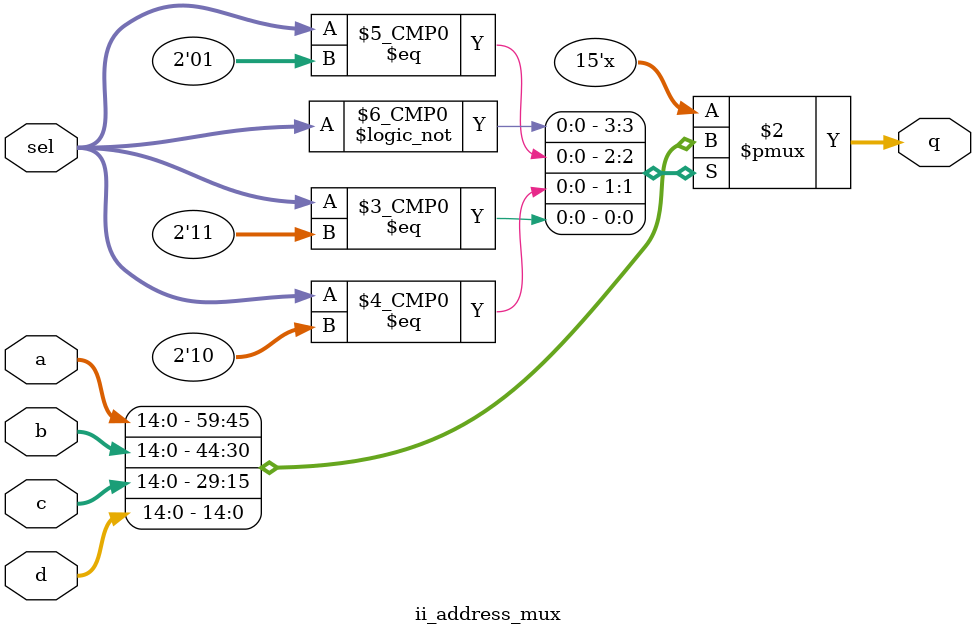
<source format=v>


module ii_address_mux(sel, a, b, c, d, q);
   input [1:0]   sel;
   input [14:0]  a;
   input [14:0]  b;
   input [14:0]  c;
   input [14:0]  d;
   output [14:0] q;
   reg [14:0]    q;
   
   
   
   always @(a or b or c or d or sel)
   begin: mux0
      case (sel)
         2'b00 :
            q <= a;
         2'b01 :
            q <= b;
         2'b10 :
            q <= c;
         2'b11 :
            q <= d;
         default :
            q <= {15{1'b0}};
      endcase
   end
   
endmodule


</source>
